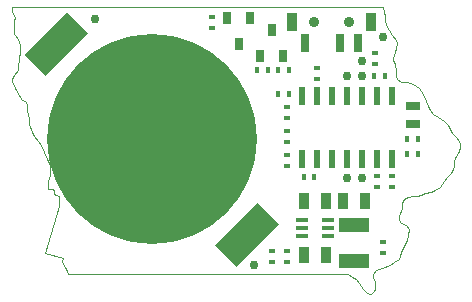
<source format=gbs>
G04 (created by PCBNEW (2013-may-18)-stable) date Mon 02 Nov 2015 08:05:35 PM CST*
%MOIN*%
G04 Gerber Fmt 3.4, Leading zero omitted, Abs format*
%FSLAX34Y34*%
G01*
G70*
G90*
G04 APERTURE LIST*
%ADD10C,0.00590551*%
%ADD11C,0.00393701*%
%ADD12C,0.03*%
%ADD13R,0.0393701X0.015748*%
%ADD14R,0.0275591X0.0590551*%
%ADD15C,0.0354331*%
%ADD16R,0.0354331X0.0590551*%
%ADD17R,0.023622X0.0590551*%
%ADD18C,0.7*%
%ADD19R,0.0315X0.0394*%
%ADD20R,0.1X0.05*%
%ADD21R,0.035X0.055*%
%ADD22R,0.045X0.025*%
%ADD23R,0.0236X0.0157*%
%ADD24R,0.0157X0.0236*%
G04 APERTURE END LIST*
G54D10*
G54D11*
X73040Y-56360D02*
X73040Y-56200D01*
X73120Y-56440D02*
X73040Y-56360D01*
X73140Y-56540D02*
X73120Y-56440D01*
X73120Y-56620D02*
X73140Y-56540D01*
X73100Y-56840D02*
X73120Y-56620D01*
X73100Y-57080D02*
X73100Y-56840D01*
X73160Y-57120D02*
X73100Y-57080D01*
X73260Y-57240D02*
X73160Y-57120D01*
X73300Y-57440D02*
X73260Y-57240D01*
X73320Y-57700D02*
X73300Y-57440D01*
X73280Y-57880D02*
X73320Y-57700D01*
X73260Y-58180D02*
X73280Y-57880D01*
X73240Y-58280D02*
X73260Y-58180D01*
X73100Y-58460D02*
X73240Y-58280D01*
X73040Y-58600D02*
X73100Y-58460D01*
X73040Y-58700D02*
X73040Y-58600D01*
X73100Y-58780D02*
X73040Y-58700D01*
X73160Y-58880D02*
X73100Y-58780D01*
X73300Y-59200D02*
X73160Y-58880D01*
X73380Y-59280D02*
X73300Y-59200D01*
X73480Y-59320D02*
X73380Y-59280D01*
X73540Y-59420D02*
X73480Y-59320D01*
X73560Y-59640D02*
X73540Y-59420D01*
X73620Y-59880D02*
X73560Y-59640D01*
X73620Y-60080D02*
X73620Y-59880D01*
X73700Y-60360D02*
X73620Y-60080D01*
X73780Y-60500D02*
X73700Y-60360D01*
X73900Y-60640D02*
X73780Y-60500D01*
X74000Y-60800D02*
X73900Y-60640D01*
X74220Y-61240D02*
X74000Y-60800D01*
X74300Y-61440D02*
X74220Y-61240D01*
X74300Y-61620D02*
X74300Y-61440D01*
X74300Y-61800D02*
X74300Y-61620D01*
X74260Y-61980D02*
X74300Y-61800D01*
X74240Y-62160D02*
X74260Y-61980D01*
X74260Y-62240D02*
X74240Y-62160D01*
X74420Y-62240D02*
X74260Y-62240D01*
X74460Y-62320D02*
X74420Y-62240D01*
X74460Y-62420D02*
X74460Y-62320D01*
X74500Y-62460D02*
X74460Y-62420D01*
X74600Y-62480D02*
X74500Y-62460D01*
X74620Y-62520D02*
X74600Y-62480D01*
X74620Y-62600D02*
X74620Y-62520D01*
X74620Y-62700D02*
X74620Y-62600D01*
X74620Y-62820D02*
X74620Y-62700D01*
X74140Y-64380D02*
X74620Y-62820D01*
X74740Y-64540D02*
X74140Y-64380D01*
X74720Y-64660D02*
X74740Y-64540D01*
X74740Y-64760D02*
X74720Y-64660D01*
X74820Y-64860D02*
X74740Y-64760D01*
X74880Y-64980D02*
X74820Y-64860D01*
X74900Y-65100D02*
X74880Y-64980D01*
X84240Y-65100D02*
X74900Y-65100D01*
X84380Y-65180D02*
X84240Y-65100D01*
X84500Y-65260D02*
X84380Y-65180D01*
X84600Y-65380D02*
X84500Y-65260D01*
X84740Y-65580D02*
X84600Y-65380D01*
X84860Y-65700D02*
X84740Y-65580D01*
X84940Y-65760D02*
X84860Y-65700D01*
X85020Y-65740D02*
X84940Y-65760D01*
X85100Y-65640D02*
X85020Y-65740D01*
X85160Y-65580D02*
X85100Y-65640D01*
X85160Y-65460D02*
X85160Y-65580D01*
X85140Y-65340D02*
X85160Y-65460D01*
X85080Y-65180D02*
X85140Y-65340D01*
X85080Y-65100D02*
X85080Y-65180D01*
X85180Y-64960D02*
X85080Y-65100D01*
X85380Y-64880D02*
X85180Y-64960D01*
X85640Y-64780D02*
X85380Y-64880D01*
X85780Y-64700D02*
X85640Y-64780D01*
X85940Y-64580D02*
X85780Y-64700D01*
X85980Y-64480D02*
X85940Y-64580D01*
X86020Y-64360D02*
X85980Y-64480D01*
X86100Y-64140D02*
X86020Y-64360D01*
X86200Y-63940D02*
X86100Y-64140D01*
X86260Y-63800D02*
X86200Y-63940D01*
X86280Y-63580D02*
X86260Y-63800D01*
X86180Y-63460D02*
X86280Y-63580D01*
X86020Y-63380D02*
X86180Y-63460D01*
X85940Y-63280D02*
X86020Y-63380D01*
X85940Y-63140D02*
X85940Y-63280D01*
X86060Y-62900D02*
X85940Y-63140D01*
X86060Y-62720D02*
X86060Y-62900D01*
X86120Y-62580D02*
X86060Y-62720D01*
X86260Y-62520D02*
X86120Y-62580D01*
X86420Y-62500D02*
X86260Y-62520D01*
X86540Y-62500D02*
X86420Y-62500D01*
X86680Y-62460D02*
X86540Y-62500D01*
X86820Y-62400D02*
X86680Y-62460D01*
X87000Y-62360D02*
X86820Y-62400D01*
X87160Y-62280D02*
X87000Y-62360D01*
X87320Y-62180D02*
X87160Y-62280D01*
X87440Y-62000D02*
X87320Y-62180D01*
X87540Y-61840D02*
X87440Y-62000D01*
X87680Y-61720D02*
X87540Y-61840D01*
X87760Y-61600D02*
X87680Y-61720D01*
X87780Y-61480D02*
X87760Y-61600D01*
X87780Y-61320D02*
X87780Y-61480D01*
X87820Y-61220D02*
X87780Y-61320D01*
X87940Y-61000D02*
X87820Y-61220D01*
X87980Y-60860D02*
X87940Y-61000D01*
X87980Y-60740D02*
X87980Y-60860D01*
X87940Y-60640D02*
X87980Y-60740D01*
X87840Y-60520D02*
X87940Y-60640D01*
X87720Y-60380D02*
X87840Y-60520D01*
X87660Y-60240D02*
X87720Y-60380D01*
X87580Y-60120D02*
X87660Y-60240D01*
X87440Y-59980D02*
X87580Y-60120D01*
X87260Y-59860D02*
X87440Y-59980D01*
X87080Y-59740D02*
X87260Y-59860D01*
X86980Y-59620D02*
X87080Y-59740D01*
X86920Y-59500D02*
X86980Y-59620D01*
X86840Y-59320D02*
X86920Y-59500D01*
X86740Y-59100D02*
X86840Y-59320D01*
X86600Y-58880D02*
X86740Y-59100D01*
X86420Y-58740D02*
X86600Y-58880D01*
X86200Y-58700D02*
X86420Y-58740D01*
X86020Y-58680D02*
X86200Y-58700D01*
X85880Y-58600D02*
X86020Y-58680D01*
X85840Y-58480D02*
X85880Y-58600D01*
X85840Y-58320D02*
X85840Y-58480D01*
X85800Y-58100D02*
X85840Y-58320D01*
X85740Y-57960D02*
X85800Y-58100D01*
X85740Y-57880D02*
X85740Y-57960D01*
X85800Y-57680D02*
X85740Y-57880D01*
X85860Y-57540D02*
X85800Y-57680D01*
X85880Y-57400D02*
X85860Y-57540D01*
X85840Y-57280D02*
X85880Y-57400D01*
X85700Y-57120D02*
X85840Y-57280D01*
X85600Y-56960D02*
X85700Y-57120D01*
X85520Y-56780D02*
X85600Y-56960D01*
X85480Y-56620D02*
X85520Y-56780D01*
X85480Y-56480D02*
X85480Y-56620D01*
X85450Y-56350D02*
X85480Y-56480D01*
X85400Y-56200D02*
X85450Y-56350D01*
X73050Y-56200D02*
X85400Y-56200D01*
G54D12*
X75800Y-56600D03*
X81100Y-64800D03*
X84200Y-61900D03*
X84700Y-58000D03*
X85400Y-57200D03*
X84700Y-61900D03*
X84200Y-58500D03*
X84700Y-58500D03*
G54D13*
X83583Y-63805D03*
X83583Y-63550D03*
X83583Y-63294D03*
X82716Y-63294D03*
X82716Y-63550D03*
X82716Y-63805D03*
G54D14*
X83995Y-57388D03*
X84585Y-57388D03*
X82814Y-57388D03*
G54D15*
X84290Y-56700D03*
X83109Y-56700D03*
G54D16*
X85018Y-56700D03*
X82381Y-56700D03*
G54D17*
X85700Y-61262D03*
X85200Y-61262D03*
X84700Y-61262D03*
X84200Y-61262D03*
X83700Y-61262D03*
X83200Y-61262D03*
X82700Y-61262D03*
X82700Y-59137D03*
X83200Y-59137D03*
X83700Y-59137D03*
X84200Y-59137D03*
X84700Y-59137D03*
X85200Y-59137D03*
X85700Y-59137D03*
G54D10*
G36*
X75578Y-57064D02*
X74164Y-58478D01*
X73457Y-57771D01*
X74871Y-56357D01*
X75578Y-57064D01*
X75578Y-57064D01*
G37*
G36*
X81942Y-63428D02*
X80528Y-64842D01*
X79821Y-64135D01*
X81235Y-62721D01*
X81942Y-63428D01*
X81942Y-63428D01*
G37*
G54D18*
X77700Y-60600D03*
G54D19*
X80600Y-57433D03*
X80975Y-56567D03*
X80225Y-56567D03*
X81700Y-56967D03*
X81325Y-57833D03*
X82075Y-57833D03*
G54D20*
X84450Y-64650D03*
X84450Y-63450D03*
G54D21*
X83525Y-62650D03*
X82775Y-62650D03*
X84075Y-62650D03*
X84825Y-62650D03*
X83525Y-64450D03*
X82775Y-64450D03*
G54D22*
X86400Y-59500D03*
X86400Y-60100D03*
G54D23*
X82200Y-64677D03*
X82200Y-64323D03*
G54D24*
X82773Y-61850D03*
X83127Y-61850D03*
G54D23*
X85700Y-62177D03*
X85700Y-61823D03*
X82200Y-59877D03*
X82200Y-59523D03*
X81700Y-64323D03*
X81700Y-64677D03*
G54D24*
X82277Y-58300D03*
X81923Y-58300D03*
G54D23*
X82200Y-60677D03*
X82200Y-60323D03*
X85400Y-64023D03*
X85400Y-64377D03*
X85150Y-58077D03*
X85150Y-57723D03*
G54D24*
X86577Y-60600D03*
X86223Y-60600D03*
X86223Y-61100D03*
X86577Y-61100D03*
X85477Y-58500D03*
X85123Y-58500D03*
G54D23*
X82200Y-61477D03*
X82200Y-61123D03*
G54D24*
X81923Y-59100D03*
X82277Y-59100D03*
X81577Y-58300D03*
X81223Y-58300D03*
G54D23*
X85200Y-62177D03*
X85200Y-61823D03*
X79700Y-56523D03*
X79700Y-56877D03*
X83200Y-58223D03*
X83200Y-58577D03*
M02*

</source>
